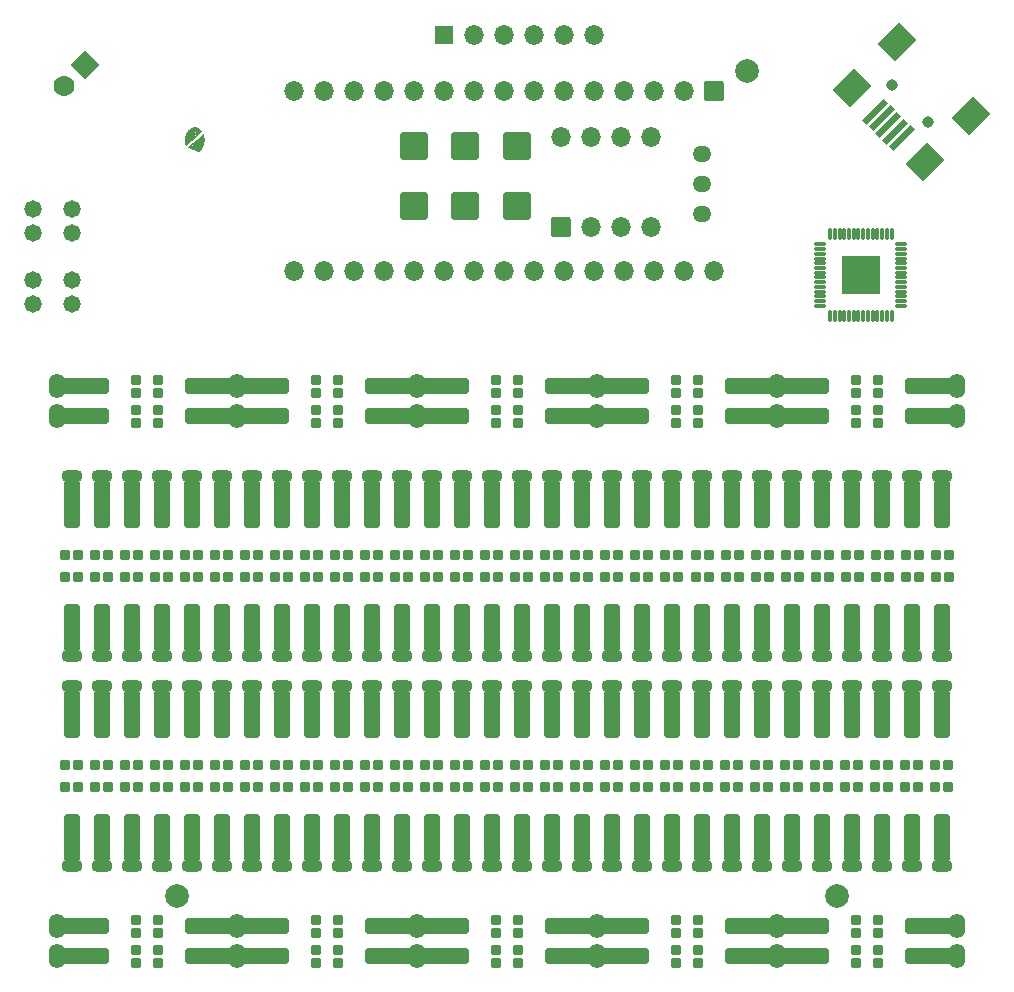
<source format=gts>
G04 #@! TF.GenerationSoftware,KiCad,Pcbnew,(7.0.0-rc1-358-g86c12d35b4)*
G04 #@! TF.CreationDate,2023-05-18T21:24:16-07:00*
G04 #@! TF.ProjectId,Jumperless2,4a756d70-6572-46c6-9573-73322e6b6963,rev?*
G04 #@! TF.SameCoordinates,Original*
G04 #@! TF.FileFunction,Soldermask,Top*
G04 #@! TF.FilePolarity,Negative*
%FSLAX46Y46*%
G04 Gerber Fmt 4.6, Leading zero omitted, Abs format (unit mm)*
G04 Created by KiCad (PCBNEW (7.0.0-rc1-358-g86c12d35b4)) date 2023-05-18 21:24:16*
%MOMM*%
%LPD*%
G01*
G04 APERTURE LIST*
G04 Aperture macros list*
%AMRoundRect*
0 Rectangle with rounded corners*
0 $1 Rounding radius*
0 $2 $3 $4 $5 $6 $7 $8 $9 X,Y pos of 4 corners*
0 Add a 4 corners polygon primitive as box body*
4,1,4,$2,$3,$4,$5,$6,$7,$8,$9,$2,$3,0*
0 Add four circle primitives for the rounded corners*
1,1,$1+$1,$2,$3*
1,1,$1+$1,$4,$5*
1,1,$1+$1,$6,$7*
1,1,$1+$1,$8,$9*
0 Add four rect primitives between the rounded corners*
20,1,$1+$1,$2,$3,$4,$5,0*
20,1,$1+$1,$4,$5,$6,$7,0*
20,1,$1+$1,$6,$7,$8,$9,0*
20,1,$1+$1,$8,$9,$2,$3,0*%
%AMHorizOval*
0 Thick line with rounded ends*
0 $1 width*
0 $2 $3 position (X,Y) of the first rounded end (center of the circle)*
0 $4 $5 position (X,Y) of the second rounded end (center of the circle)*
0 Add line between two ends*
20,1,$1,$2,$3,$4,$5,0*
0 Add two circle primitives to create the rounded ends*
1,1,$1,$2,$3*
1,1,$1,$4,$5*%
G04 Aperture macros list end*
%ADD10C,0.000000*%
%ADD11RoundRect,0.038000X0.350000X-0.350000X0.350000X0.350000X-0.350000X0.350000X-0.350000X-0.350000X0*%
%ADD12RoundRect,0.038000X0.350000X0.350000X-0.350000X0.350000X-0.350000X-0.350000X0.350000X-0.350000X0*%
%ADD13O,1.576000X1.376000*%
%ADD14RoundRect,0.198000X0.640000X-0.640000X0.640000X0.640000X-0.640000X0.640000X-0.640000X-0.640000X0*%
%ADD15O,1.676000X1.676000*%
%ADD16C,0.976000*%
%ADD17RoundRect,0.038000X1.060660X0.707107X0.707107X1.060660X-1.060660X-0.707107X-0.707107X-1.060660X0*%
%ADD18RoundRect,0.038000X1.590990X0.176777X0.176777X1.590990X-1.590990X-0.176777X-0.176777X-1.590990X0*%
%ADD19RoundRect,0.288000X-0.925000X0.875000X-0.925000X-0.875000X0.925000X-0.875000X0.925000X0.875000X0*%
%ADD20C,1.476000*%
%ADD21RoundRect,0.208000X-0.961665X0.000000X0.000000X-0.961665X0.961665X0.000000X0.000000X0.961665X0*%
%ADD22HorizOval,1.776000X0.000000X0.000000X0.000000X0.000000X0*%
%ADD23C,2.000000*%
%ADD24RoundRect,0.188000X0.600000X-0.600000X0.600000X0.600000X-0.600000X0.600000X-0.600000X-0.600000X0*%
%ADD25RoundRect,0.158000X1.880000X-0.480000X1.880000X0.480000X-1.880000X0.480000X-1.880000X-0.480000X0*%
%ADD26O,1.376000X2.076000*%
%ADD27RoundRect,0.158000X-1.880000X0.480000X-1.880000X-0.480000X1.880000X-0.480000X1.880000X0.480000X0*%
%ADD28RoundRect,0.158000X-0.480000X-1.880000X0.480000X-1.880000X0.480000X1.880000X-0.480000X1.880000X0*%
%ADD29O,1.776000X1.076000*%
%ADD30RoundRect,0.198000X-0.640000X0.640000X-0.640000X-0.640000X0.640000X-0.640000X0.640000X0.640000X0*%
%ADD31RoundRect,0.088000X-0.387500X-0.050000X0.387500X-0.050000X0.387500X0.050000X-0.387500X0.050000X0*%
%ADD32RoundRect,0.088000X-0.050000X-0.387500X0.050000X-0.387500X0.050000X0.387500X-0.050000X0.387500X0*%
%ADD33RoundRect,0.182000X-1.456000X-1.456000X1.456000X-1.456000X1.456000X1.456000X-1.456000X1.456000X0*%
G04 APERTURE END LIST*
D10*
G36*
X49256239Y-115343538D02*
G01*
X49256704Y-115348278D01*
X49257059Y-115353555D01*
X49257444Y-115365581D01*
X49257408Y-115379328D01*
X49256961Y-115394513D01*
X49256115Y-115410848D01*
X49254882Y-115428050D01*
X49253272Y-115445832D01*
X49251297Y-115463910D01*
X49247284Y-115498556D01*
X49244111Y-115527263D01*
X49243533Y-115532415D01*
X49242876Y-115537676D01*
X49242161Y-115542899D01*
X49241413Y-115547934D01*
X49240654Y-115552636D01*
X49239906Y-115556855D01*
X49239194Y-115560446D01*
X49238539Y-115563259D01*
X49235541Y-115574778D01*
X49235473Y-115612201D01*
X49235197Y-115630936D01*
X49234494Y-115654284D01*
X49233473Y-115679268D01*
X49232239Y-115702911D01*
X49229072Y-115756199D01*
X49233375Y-115792195D01*
X49237679Y-115828191D01*
X49236184Y-115844749D01*
X49234690Y-115861307D01*
X49231278Y-115861307D01*
X49230901Y-115861285D01*
X49230479Y-115861221D01*
X49230014Y-115861116D01*
X49229512Y-115860974D01*
X49228978Y-115860795D01*
X49228416Y-115860582D01*
X49227830Y-115860338D01*
X49227226Y-115860065D01*
X49226608Y-115859764D01*
X49225980Y-115859439D01*
X49225348Y-115859090D01*
X49224715Y-115858721D01*
X49224087Y-115858333D01*
X49223468Y-115857928D01*
X49222863Y-115857510D01*
X49222275Y-115857079D01*
X49222275Y-115857078D01*
X49222274Y-115857076D01*
X49222273Y-115857075D01*
X49222273Y-115857073D01*
X49222272Y-115857072D01*
X49222271Y-115857070D01*
X49222271Y-115857069D01*
X49222271Y-115857068D01*
X49222270Y-115857068D01*
X49222270Y-115857067D01*
X49221662Y-115856636D01*
X49220997Y-115856216D01*
X49220280Y-115855809D01*
X49219519Y-115855418D01*
X49218719Y-115855045D01*
X49217889Y-115854691D01*
X49217034Y-115854360D01*
X49216160Y-115854054D01*
X49215276Y-115853774D01*
X49214386Y-115853523D01*
X49213499Y-115853303D01*
X49212620Y-115853117D01*
X49211756Y-115852966D01*
X49210914Y-115852852D01*
X49210100Y-115852779D01*
X49209321Y-115852748D01*
X49201961Y-115852656D01*
X49192203Y-115845456D01*
X49182445Y-115838257D01*
X49169872Y-115838257D01*
X49166266Y-115833912D01*
X49162661Y-115829566D01*
X49151648Y-115827804D01*
X49140635Y-115826044D01*
X49135737Y-115820632D01*
X49130840Y-115815220D01*
X49112281Y-115815220D01*
X49108819Y-115811048D01*
X49108412Y-115810605D01*
X49107909Y-115810139D01*
X49107318Y-115809654D01*
X49106646Y-115809154D01*
X49105900Y-115808643D01*
X49105087Y-115808125D01*
X49104214Y-115807604D01*
X49103289Y-115807083D01*
X49102318Y-115806567D01*
X49101310Y-115806059D01*
X49100270Y-115805564D01*
X49099206Y-115805085D01*
X49098126Y-115804626D01*
X49097037Y-115804191D01*
X49095945Y-115803784D01*
X49094857Y-115803410D01*
X49092570Y-115802605D01*
X49090093Y-115801645D01*
X49087505Y-115800566D01*
X49084884Y-115799402D01*
X49082309Y-115798192D01*
X49079859Y-115796970D01*
X49077613Y-115795772D01*
X49075650Y-115794634D01*
X49074723Y-115794093D01*
X49073746Y-115793567D01*
X49072726Y-115793059D01*
X49071671Y-115792572D01*
X49070591Y-115792107D01*
X49069493Y-115791669D01*
X49068385Y-115791259D01*
X49067277Y-115790881D01*
X49066176Y-115790537D01*
X49065091Y-115790230D01*
X49064029Y-115789962D01*
X49063000Y-115789737D01*
X49062012Y-115789557D01*
X49061073Y-115789424D01*
X49060191Y-115789342D01*
X49059375Y-115789314D01*
X49051808Y-115789314D01*
X49048457Y-115785276D01*
X49048075Y-115784855D01*
X49047625Y-115784426D01*
X49047111Y-115783993D01*
X49046541Y-115783559D01*
X49045918Y-115783125D01*
X49045250Y-115782697D01*
X49044542Y-115782276D01*
X49043799Y-115781866D01*
X49043028Y-115781470D01*
X49042234Y-115781090D01*
X49041422Y-115780730D01*
X49040599Y-115780393D01*
X49039770Y-115780082D01*
X49038941Y-115779800D01*
X49038118Y-115779550D01*
X49037306Y-115779336D01*
X49035586Y-115778825D01*
X49033577Y-115778067D01*
X49031291Y-115777067D01*
X49028741Y-115775834D01*
X49025938Y-115774374D01*
X49022894Y-115772696D01*
X49019622Y-115770806D01*
X49016133Y-115768712D01*
X49008555Y-115763941D01*
X49000255Y-115758442D01*
X48991331Y-115752274D01*
X48981879Y-115745495D01*
X48973129Y-115739113D01*
X48967496Y-115742632D01*
X48961863Y-115746151D01*
X48948496Y-115743155D01*
X48947097Y-115742820D01*
X48945665Y-115742437D01*
X48944208Y-115742011D01*
X48942739Y-115741545D01*
X48939804Y-115740513D01*
X48936943Y-115739377D01*
X48934242Y-115738172D01*
X48932977Y-115737555D01*
X48931784Y-115736934D01*
X48930673Y-115736314D01*
X48929654Y-115735698D01*
X48928738Y-115735093D01*
X48927936Y-115734501D01*
X48927179Y-115733924D01*
X48926395Y-115733364D01*
X48925591Y-115732822D01*
X48924772Y-115732303D01*
X48923946Y-115731809D01*
X48923117Y-115731342D01*
X48922291Y-115730906D01*
X48921476Y-115730504D01*
X48920677Y-115730138D01*
X48919900Y-115729811D01*
X48919152Y-115729527D01*
X48918438Y-115729288D01*
X48917764Y-115729097D01*
X48917137Y-115728957D01*
X48916562Y-115728871D01*
X48916047Y-115728841D01*
X48915513Y-115728811D01*
X48914885Y-115728724D01*
X48914170Y-115728581D01*
X48913376Y-115728387D01*
X48912512Y-115728144D01*
X48911585Y-115727854D01*
X48910604Y-115727522D01*
X48909575Y-115727150D01*
X48908507Y-115726740D01*
X48907409Y-115726296D01*
X48906287Y-115725821D01*
X48905150Y-115725318D01*
X48904005Y-115724790D01*
X48902861Y-115724239D01*
X48901726Y-115723669D01*
X48900607Y-115723082D01*
X48898352Y-115721925D01*
X48896060Y-115720846D01*
X48893794Y-115719868D01*
X48891619Y-115719015D01*
X48889599Y-115718310D01*
X48888666Y-115718021D01*
X48887796Y-115717777D01*
X48886997Y-115717583D01*
X48886275Y-115717440D01*
X48885640Y-115717353D01*
X48885099Y-115717323D01*
X48883153Y-115717086D01*
X48880503Y-115716411D01*
X48877265Y-115715355D01*
X48873553Y-115713973D01*
X48865167Y-115710457D01*
X48856263Y-115706308D01*
X48847757Y-115701975D01*
X48843940Y-115699878D01*
X48840567Y-115697903D01*
X48837753Y-115696105D01*
X48835611Y-115694541D01*
X48834257Y-115693265D01*
X48833911Y-115692753D01*
X48833806Y-115692334D01*
X48838118Y-115688148D01*
X48850430Y-115677050D01*
X48895607Y-115637146D01*
X48962437Y-115578679D01*
X49044024Y-115507708D01*
X49254123Y-115325396D01*
X49256239Y-115343538D01*
G37*
G36*
X49410838Y-115543951D02*
G01*
X49420256Y-115543951D01*
X49420267Y-115544753D01*
X49420293Y-115545491D01*
X49420332Y-115546164D01*
X49420383Y-115546769D01*
X49420447Y-115547304D01*
X49420522Y-115547765D01*
X49420607Y-115548150D01*
X49420702Y-115548456D01*
X49420807Y-115548682D01*
X49420862Y-115548763D01*
X49420920Y-115548823D01*
X49420979Y-115548862D01*
X49421040Y-115548879D01*
X49421104Y-115548873D01*
X49421168Y-115548845D01*
X49421235Y-115548794D01*
X49421303Y-115548720D01*
X49421443Y-115548501D01*
X49421588Y-115548184D01*
X49421727Y-115547797D01*
X49421848Y-115547368D01*
X49421953Y-115546903D01*
X49422039Y-115546406D01*
X49422109Y-115545881D01*
X49422161Y-115545332D01*
X49422195Y-115544765D01*
X49422212Y-115544184D01*
X49422211Y-115543592D01*
X49422191Y-115542995D01*
X49422154Y-115542397D01*
X49422099Y-115541802D01*
X49422025Y-115541215D01*
X49421933Y-115540640D01*
X49421823Y-115540082D01*
X49421695Y-115539545D01*
X49421695Y-115539543D01*
X49420366Y-115534450D01*
X49420259Y-115543090D01*
X49420256Y-115543951D01*
X49410838Y-115543951D01*
X49412630Y-115537572D01*
X49413602Y-115533302D01*
X49413941Y-115530689D01*
X49413945Y-115530646D01*
X49413956Y-115530608D01*
X49413974Y-115530575D01*
X49413999Y-115530547D01*
X49414031Y-115530524D01*
X49414070Y-115530505D01*
X49414115Y-115530492D01*
X49414166Y-115530483D01*
X49414224Y-115530479D01*
X49414287Y-115530479D01*
X49414356Y-115530484D01*
X49414430Y-115530493D01*
X49414510Y-115530507D01*
X49414595Y-115530526D01*
X49414685Y-115530548D01*
X49414779Y-115530575D01*
X49414878Y-115530606D01*
X49414982Y-115530642D01*
X49415201Y-115530725D01*
X49415436Y-115530824D01*
X49415684Y-115530939D01*
X49415945Y-115531069D01*
X49416217Y-115531214D01*
X49416498Y-115531373D01*
X49416787Y-115531547D01*
X49419634Y-115533307D01*
X49417920Y-115528837D01*
X49417692Y-115528273D01*
X49417456Y-115527749D01*
X49417214Y-115527265D01*
X49416964Y-115526822D01*
X49416708Y-115526419D01*
X49416443Y-115526057D01*
X49416172Y-115525735D01*
X49415894Y-115525453D01*
X49415608Y-115525213D01*
X49415315Y-115525012D01*
X49415014Y-115524852D01*
X49414706Y-115524733D01*
X49414391Y-115524654D01*
X49414069Y-115524615D01*
X49413739Y-115524617D01*
X49413402Y-115524659D01*
X49413057Y-115524742D01*
X49412705Y-115524866D01*
X49412345Y-115525030D01*
X49411978Y-115525234D01*
X49411604Y-115525479D01*
X49411222Y-115525765D01*
X49410832Y-115526091D01*
X49410435Y-115526457D01*
X49410031Y-115526864D01*
X49409618Y-115527312D01*
X49409199Y-115527800D01*
X49408771Y-115528328D01*
X49408336Y-115528897D01*
X49407894Y-115529507D01*
X49407443Y-115530157D01*
X49406985Y-115530848D01*
X49405488Y-115533455D01*
X49403607Y-115537224D01*
X49398875Y-115547781D01*
X49393151Y-115561588D01*
X49386793Y-115577711D01*
X49380162Y-115595221D01*
X49373616Y-115613186D01*
X49367517Y-115630675D01*
X49362223Y-115646755D01*
X49350367Y-115684192D01*
X49341782Y-115737466D01*
X49337965Y-115760406D01*
X49333918Y-115783485D01*
X49330124Y-115804016D01*
X49327066Y-115819315D01*
X49320937Y-115847890D01*
X49325534Y-115862511D01*
X49326486Y-115865668D01*
X49327430Y-115869040D01*
X49328341Y-115872521D01*
X49329194Y-115876009D01*
X49329965Y-115879398D01*
X49330629Y-115882584D01*
X49331162Y-115885463D01*
X49331539Y-115887930D01*
X49332954Y-115898729D01*
X49327223Y-115898729D01*
X49326585Y-115898692D01*
X49325856Y-115898582D01*
X49325046Y-115898404D01*
X49324162Y-115898161D01*
X49323214Y-115897857D01*
X49322209Y-115897495D01*
X49321157Y-115897080D01*
X49320064Y-115896614D01*
X49318940Y-115896102D01*
X49317793Y-115895548D01*
X49316632Y-115894954D01*
X49315464Y-115894325D01*
X49314298Y-115893664D01*
X49313143Y-115892976D01*
X49312007Y-115892263D01*
X49310898Y-115891529D01*
X49308693Y-115890083D01*
X49306487Y-115888734D01*
X49304340Y-115887512D01*
X49302309Y-115886445D01*
X49300455Y-115885564D01*
X49299612Y-115885202D01*
X49298835Y-115884898D01*
X49298132Y-115884655D01*
X49297510Y-115884477D01*
X49296976Y-115884367D01*
X49296537Y-115884330D01*
X49296095Y-115884300D01*
X49295550Y-115884212D01*
X49294911Y-115884070D01*
X49294184Y-115883875D01*
X49293378Y-115883632D01*
X49292500Y-115883343D01*
X49291559Y-115883010D01*
X49290561Y-115882638D01*
X49288428Y-115881785D01*
X49286163Y-115880807D01*
X49283827Y-115879727D01*
X49281483Y-115878571D01*
X49279102Y-115877414D01*
X49276663Y-115876334D01*
X49274235Y-115875356D01*
X49271887Y-115874503D01*
X49269688Y-115873798D01*
X49268665Y-115873509D01*
X49267706Y-115873266D01*
X49266818Y-115873071D01*
X49266011Y-115872929D01*
X49265293Y-115872841D01*
X49264672Y-115872811D01*
X49264091Y-115872789D01*
X49263489Y-115872723D01*
X49262872Y-115872616D01*
X49262244Y-115872471D01*
X49261611Y-115872288D01*
X49260975Y-115872071D01*
X49260343Y-115871822D01*
X49259718Y-115871543D01*
X49259106Y-115871236D01*
X49258512Y-115870903D01*
X49257939Y-115870547D01*
X49257392Y-115870169D01*
X49256877Y-115869773D01*
X49256397Y-115869360D01*
X49255958Y-115868932D01*
X49255564Y-115868492D01*
X49251979Y-115864173D01*
X49239271Y-115864173D01*
X49239886Y-115801540D01*
X49241169Y-115742605D01*
X49243692Y-115682255D01*
X49247137Y-115626653D01*
X49249107Y-115602559D01*
X49251188Y-115581963D01*
X49252917Y-115564578D01*
X49254586Y-115543852D01*
X49256004Y-115522384D01*
X49256982Y-115502771D01*
X49257878Y-115483841D01*
X49259070Y-115464228D01*
X49260404Y-115446249D01*
X49261725Y-115432219D01*
X49264788Y-115404861D01*
X49262821Y-115361337D01*
X49260854Y-115317812D01*
X49269004Y-115311408D01*
X49277735Y-115304081D01*
X49295485Y-115288865D01*
X49319669Y-115267982D01*
X49347706Y-115243657D01*
X49509676Y-115102807D01*
X49545379Y-115071937D01*
X49575018Y-115046658D01*
X49595505Y-115029577D01*
X49601352Y-115024926D01*
X49603754Y-115023304D01*
X49604086Y-115023337D01*
X49604408Y-115023437D01*
X49604718Y-115023605D01*
X49605017Y-115023842D01*
X49605305Y-115024150D01*
X49605583Y-115024530D01*
X49605849Y-115024982D01*
X49606106Y-115025508D01*
X49606352Y-115026110D01*
X49606588Y-115026788D01*
X49606814Y-115027544D01*
X49607030Y-115028378D01*
X49607237Y-115029292D01*
X49607434Y-115030288D01*
X49607623Y-115031365D01*
X49607802Y-115032527D01*
X49608134Y-115035104D01*
X49608431Y-115038030D01*
X49608696Y-115041314D01*
X49608930Y-115044964D01*
X49609134Y-115048991D01*
X49609309Y-115053405D01*
X49609457Y-115058214D01*
X49609579Y-115063427D01*
X49609717Y-115068369D01*
X49609922Y-115073099D01*
X49610183Y-115077508D01*
X49610491Y-115081481D01*
X49610836Y-115084908D01*
X49611208Y-115087676D01*
X49611597Y-115089672D01*
X49611795Y-115090346D01*
X49611993Y-115090785D01*
X49612192Y-115091215D01*
X49612393Y-115091862D01*
X49612592Y-115092715D01*
X49612791Y-115093759D01*
X49612986Y-115094981D01*
X49613177Y-115096369D01*
X49613540Y-115099587D01*
X49613871Y-115103308D01*
X49614158Y-115107427D01*
X49614390Y-115111839D01*
X49614558Y-115116437D01*
X49615201Y-115139019D01*
X49623893Y-115152286D01*
X49622366Y-115161947D01*
X49620839Y-115171608D01*
X49623590Y-115178808D01*
X49626342Y-115186007D01*
X49622801Y-115193207D01*
X49619261Y-115200406D01*
X49618789Y-115253490D01*
X49618317Y-115306573D01*
X49615653Y-115316843D01*
X49615052Y-115319494D01*
X49614367Y-115323103D01*
X49613620Y-115327510D01*
X49612837Y-115332555D01*
X49612040Y-115338078D01*
X49611253Y-115343918D01*
X49610502Y-115349916D01*
X49609809Y-115355910D01*
X49608574Y-115366507D01*
X49607168Y-115377180D01*
X49605438Y-115388820D01*
X49603235Y-115402316D01*
X49600408Y-115418561D01*
X49596806Y-115438445D01*
X49586675Y-115492696D01*
X49579631Y-115530483D01*
X49575277Y-115554609D01*
X49574695Y-115557854D01*
X49573977Y-115561563D01*
X49572241Y-115569854D01*
X49570295Y-115578441D01*
X49568366Y-115586286D01*
X49567404Y-115590432D01*
X49566382Y-115595607D01*
X49565331Y-115601604D01*
X49564284Y-115608216D01*
X49563271Y-115615237D01*
X49562323Y-115622459D01*
X49561471Y-115629675D01*
X49560748Y-115636680D01*
X49557600Y-115669797D01*
X49559609Y-115764827D01*
X49561618Y-115859857D01*
X49556753Y-115877135D01*
X49555658Y-115880888D01*
X49554408Y-115884935D01*
X49553048Y-115889148D01*
X49551620Y-115893400D01*
X49550170Y-115897564D01*
X49548739Y-115901511D01*
X49547372Y-115905113D01*
X49546113Y-115908244D01*
X49540338Y-115922075D01*
X49542118Y-115927682D01*
X49542310Y-115928253D01*
X49542517Y-115928806D01*
X49542737Y-115929339D01*
X49542967Y-115929849D01*
X49543205Y-115930334D01*
X49543451Y-115930789D01*
X49543701Y-115931214D01*
X49543954Y-115931604D01*
X49544209Y-115931958D01*
X49544463Y-115932271D01*
X49544713Y-115932542D01*
X49544960Y-115932768D01*
X49545200Y-115932945D01*
X49545432Y-115933072D01*
X49545544Y-115933115D01*
X49545653Y-115933144D01*
X49545759Y-115933160D01*
X49545862Y-115933160D01*
X49546142Y-115933006D01*
X49546532Y-115932581D01*
X49547618Y-115930983D01*
X49549063Y-115928489D01*
X49550811Y-115925219D01*
X49554993Y-115916840D01*
X49559716Y-115906820D01*
X49564532Y-115896129D01*
X49568992Y-115885743D01*
X49572650Y-115876632D01*
X49574038Y-115872859D01*
X49575057Y-115869770D01*
X49578144Y-115859526D01*
X49575206Y-115818425D01*
X49573985Y-115797673D01*
X49573098Y-115774778D01*
X49572546Y-115750524D01*
X49572330Y-115725696D01*
X49572453Y-115701078D01*
X49572915Y-115677455D01*
X49573718Y-115655610D01*
X49574863Y-115636329D01*
X49577566Y-115599981D01*
X49587546Y-115565776D01*
X49591852Y-115550998D01*
X49595118Y-115539498D01*
X49597589Y-115530055D01*
X49598604Y-115525724D01*
X49599511Y-115521450D01*
X49601129Y-115512464D01*
X49602688Y-115501876D01*
X49606614Y-115471020D01*
X49611931Y-115430075D01*
X49616666Y-115396225D01*
X49618482Y-115383567D01*
X49620234Y-115370389D01*
X49621721Y-115358250D01*
X49622744Y-115348710D01*
X49623623Y-115339966D01*
X49624711Y-115329993D01*
X49625871Y-115320019D01*
X49626965Y-115311274D01*
X49627468Y-115306603D01*
X49627952Y-115300484D01*
X49628404Y-115293177D01*
X49628814Y-115284943D01*
X49629170Y-115276040D01*
X49629460Y-115266729D01*
X49629673Y-115257269D01*
X49629797Y-115247921D01*
X49630330Y-115207635D01*
X49631097Y-115173457D01*
X49632026Y-115143629D01*
X49624614Y-115128413D01*
X49621303Y-115096405D01*
X49619951Y-115082412D01*
X49618716Y-115067975D01*
X49617735Y-115054794D01*
X49617144Y-115044570D01*
X49616930Y-115040489D01*
X49616649Y-115036491D01*
X49616314Y-115032677D01*
X49615935Y-115029148D01*
X49615526Y-115026006D01*
X49615097Y-115023352D01*
X49614660Y-115021287D01*
X49614443Y-115020507D01*
X49614228Y-115019911D01*
X49612162Y-115015080D01*
X49676464Y-114959058D01*
X49995396Y-114682237D01*
X50171316Y-114530875D01*
X50171648Y-114531101D01*
X50172125Y-114531764D01*
X50173481Y-114534317D01*
X50177582Y-114543727D01*
X50183115Y-114557735D01*
X50189576Y-114574969D01*
X50196462Y-114594060D01*
X50203269Y-114613635D01*
X50209492Y-114632323D01*
X50214629Y-114648754D01*
X50222457Y-114675774D01*
X50229481Y-114701719D01*
X50235806Y-114727076D01*
X50241538Y-114752330D01*
X50246780Y-114777968D01*
X50251638Y-114804475D01*
X50256217Y-114832337D01*
X50260621Y-114862041D01*
X50267780Y-114912435D01*
X50269055Y-114923371D01*
X50270181Y-114937491D01*
X50271148Y-114954496D01*
X50271945Y-114974084D01*
X50272563Y-114995955D01*
X50272991Y-115019808D01*
X50273219Y-115045343D01*
X50273237Y-115072259D01*
X50272966Y-115154330D01*
X50266831Y-115211924D01*
X50261717Y-115254131D01*
X50255429Y-115295812D01*
X50247973Y-115336944D01*
X50239360Y-115377502D01*
X50229597Y-115417464D01*
X50218693Y-115456806D01*
X50206657Y-115495504D01*
X50193498Y-115533534D01*
X50179223Y-115570873D01*
X50163842Y-115607497D01*
X50147363Y-115643382D01*
X50129796Y-115678505D01*
X50111147Y-115712842D01*
X50091427Y-115746370D01*
X50070643Y-115779064D01*
X50048805Y-115810901D01*
X50035765Y-115828844D01*
X50022585Y-115846247D01*
X50009246Y-115863128D01*
X49995731Y-115879505D01*
X49982021Y-115895394D01*
X49968100Y-115910813D01*
X49953950Y-115925780D01*
X49939553Y-115940312D01*
X49924892Y-115954425D01*
X49909949Y-115968138D01*
X49894706Y-115981468D01*
X49879146Y-115994432D01*
X49863251Y-116007048D01*
X49847003Y-116019333D01*
X49830385Y-116031303D01*
X49813380Y-116042978D01*
X49770807Y-116071514D01*
X49761546Y-116071214D01*
X49752285Y-116070914D01*
X49733567Y-116061277D01*
X49733569Y-116061277D01*
X49733571Y-116061278D01*
X49733576Y-116061279D01*
X49733580Y-116061281D01*
X49733583Y-116061281D01*
X49733585Y-116061282D01*
X49714867Y-116051645D01*
X49701908Y-116049638D01*
X49688950Y-116047631D01*
X49685187Y-116042294D01*
X49681424Y-116036958D01*
X49662298Y-116036958D01*
X49658713Y-116032639D01*
X49655128Y-116028320D01*
X49639331Y-116028320D01*
X49631168Y-116021899D01*
X49623006Y-116015478D01*
X49638699Y-116010780D01*
X49654393Y-116006082D01*
X49657951Y-115999203D01*
X49658701Y-115997597D01*
X49659361Y-115995863D01*
X49659931Y-115994017D01*
X49660411Y-115992074D01*
X49660799Y-115990051D01*
X49661096Y-115987963D01*
X49661301Y-115985825D01*
X49661413Y-115983654D01*
X49661432Y-115981465D01*
X49661358Y-115979274D01*
X49661190Y-115977096D01*
X49660927Y-115974947D01*
X49660569Y-115972843D01*
X49660116Y-115970800D01*
X49659567Y-115968833D01*
X49658922Y-115966958D01*
X49656251Y-115959936D01*
X49646343Y-115953812D01*
X49644271Y-115952584D01*
X49642181Y-115951443D01*
X49640131Y-115950412D01*
X49638176Y-115949517D01*
X49636373Y-115948783D01*
X49635548Y-115948484D01*
X49634781Y-115948234D01*
X49634081Y-115948036D01*
X49633455Y-115947895D01*
X49632910Y-115947811D01*
X49632453Y-115947790D01*
X49628473Y-115947891D01*
X49635523Y-115951795D01*
X49642574Y-115955700D01*
X49646210Y-115966202D01*
X49649846Y-115976703D01*
X49647381Y-115983191D01*
X49647109Y-115983868D01*
X49646805Y-115984558D01*
X49646473Y-115985256D01*
X49646115Y-115985956D01*
X49645735Y-115986655D01*
X49645335Y-115987346D01*
X49644920Y-115988026D01*
X49644493Y-115988689D01*
X49644056Y-115989330D01*
X49643613Y-115989944D01*
X49643168Y-115990527D01*
X49642723Y-115991073D01*
X49642282Y-115991578D01*
X49641848Y-115992037D01*
X49641424Y-115992444D01*
X49641014Y-115992795D01*
X49639478Y-115993802D01*
X49637363Y-115994850D01*
X49634723Y-115995929D01*
X49631610Y-115997025D01*
X49628077Y-115998127D01*
X49624177Y-115999224D01*
X49619964Y-116000302D01*
X49615489Y-116001351D01*
X49610806Y-116002359D01*
X49605968Y-116003313D01*
X49601027Y-116004201D01*
X49596037Y-116005013D01*
X49591051Y-116005736D01*
X49586120Y-116006357D01*
X49581300Y-116006866D01*
X49576641Y-116007250D01*
X49553604Y-116008856D01*
X49542085Y-116005504D01*
X49530567Y-116002153D01*
X49486851Y-116000411D01*
X49469589Y-115999556D01*
X49454902Y-115998516D01*
X49449011Y-115997968D01*
X49444346Y-115997422D01*
X49441103Y-115996896D01*
X49440075Y-115996646D01*
X49439475Y-115996406D01*
X49435815Y-115994144D01*
X49436272Y-115960673D01*
X49436526Y-115942013D01*
X49565123Y-115942013D01*
X49569442Y-115944805D01*
X49569894Y-115945090D01*
X49570357Y-115945367D01*
X49570828Y-115945635D01*
X49571303Y-115945893D01*
X49571779Y-115946138D01*
X49572252Y-115946371D01*
X49572719Y-115946589D01*
X49573177Y-115946790D01*
X49573622Y-115946974D01*
X49574051Y-115947138D01*
X49574460Y-115947282D01*
X49574846Y-115947404D01*
X49575205Y-115947502D01*
X49575535Y-115947575D01*
X49575832Y-115947622D01*
X49576091Y-115947641D01*
X49578422Y-115947684D01*
X49576989Y-115945365D01*
X49589608Y-115945365D01*
X49591214Y-115947964D01*
X49591416Y-115948237D01*
X49591672Y-115948491D01*
X49591982Y-115948727D01*
X49592344Y-115948945D01*
X49592755Y-115949145D01*
X49593214Y-115949326D01*
X49593720Y-115949489D01*
X49594272Y-115949634D01*
X49595504Y-115949869D01*
X49596898Y-115950031D01*
X49598441Y-115950120D01*
X49600120Y-115950137D01*
X49601923Y-115950082D01*
X49603838Y-115949954D01*
X49605852Y-115949754D01*
X49607951Y-115949483D01*
X49610124Y-115949139D01*
X49612358Y-115948724D01*
X49614640Y-115948237D01*
X49616957Y-115947678D01*
X49616957Y-115947687D01*
X49625597Y-115945488D01*
X49619693Y-115945145D01*
X49619077Y-115945095D01*
X49618448Y-115945017D01*
X49617811Y-115944913D01*
X49617171Y-115944783D01*
X49616532Y-115944630D01*
X49615899Y-115944455D01*
X49615275Y-115944261D01*
X49614667Y-115944048D01*
X49614078Y-115943818D01*
X49613513Y-115943574D01*
X49612975Y-115943316D01*
X49612471Y-115943047D01*
X49612004Y-115942768D01*
X49611579Y-115942480D01*
X49611200Y-115942186D01*
X49610873Y-115941887D01*
X49607956Y-115938970D01*
X49598782Y-115942167D01*
X49589608Y-115945365D01*
X49576989Y-115945365D01*
X49576642Y-115944804D01*
X49576642Y-115944806D01*
X49576544Y-115944659D01*
X49576434Y-115944513D01*
X49576314Y-115944370D01*
X49576183Y-115944229D01*
X49576042Y-115944090D01*
X49575892Y-115943954D01*
X49575564Y-115943692D01*
X49575202Y-115943442D01*
X49574811Y-115943207D01*
X49574393Y-115942987D01*
X49573952Y-115942785D01*
X49573491Y-115942602D01*
X49573013Y-115942439D01*
X49572523Y-115942298D01*
X49572022Y-115942180D01*
X49571516Y-115942087D01*
X49571006Y-115942020D01*
X49570498Y-115941981D01*
X49569993Y-115941970D01*
X49565123Y-115942013D01*
X49436526Y-115942013D01*
X49436729Y-115927201D01*
X49440237Y-115917498D01*
X49443746Y-115907796D01*
X49440336Y-115888146D01*
X49438934Y-115879835D01*
X49437639Y-115871731D01*
X49436594Y-115864762D01*
X49435945Y-115859857D01*
X49434959Y-115851217D01*
X49434545Y-115862736D01*
X49434519Y-115865402D01*
X49434607Y-115868572D01*
X49434798Y-115872126D01*
X49435084Y-115875947D01*
X49435453Y-115879916D01*
X49435897Y-115883915D01*
X49436405Y-115887827D01*
X49436968Y-115891533D01*
X49439807Y-115908811D01*
X49436516Y-115918811D01*
X49435782Y-115920892D01*
X49434958Y-115922973D01*
X49434070Y-115925000D01*
X49433148Y-115926916D01*
X49432220Y-115928666D01*
X49431762Y-115929461D01*
X49431312Y-115930194D01*
X49430875Y-115930857D01*
X49430454Y-115931445D01*
X49430053Y-115931949D01*
X49429674Y-115932363D01*
X49426122Y-115935915D01*
X49414991Y-115934162D01*
X49413821Y-115933954D01*
X49412615Y-115933699D01*
X49411380Y-115933399D01*
X49410127Y-115933058D01*
X49408864Y-115932680D01*
X49407601Y-115932268D01*
X49406348Y-115931827D01*
X49405112Y-115931358D01*
X49403904Y-115930867D01*
X49402733Y-115930357D01*
X49401607Y-115929830D01*
X49400537Y-115929292D01*
X49399531Y-115928745D01*
X49398599Y-115928193D01*
X49397749Y-115927640D01*
X49396992Y-115927089D01*
X49396262Y-115926547D01*
X49395494Y-115926021D01*
X49394693Y-115925512D01*
X49393867Y-115925024D01*
X49393022Y-115924559D01*
X49392164Y-115924120D01*
X49391300Y-115923711D01*
X49390436Y-115923332D01*
X49389579Y-115922989D01*
X49388736Y-115922682D01*
X49387912Y-115922414D01*
X49387115Y-115922190D01*
X49386351Y-115922010D01*
X49385626Y-115921879D01*
X49384947Y-115921798D01*
X49384320Y-115921770D01*
X49383649Y-115921731D01*
X49382840Y-115921616D01*
X49381904Y-115921430D01*
X49380851Y-115921175D01*
X49379693Y-115920857D01*
X49378441Y-115920478D01*
X49377105Y-115920043D01*
X49375696Y-115919556D01*
X49372704Y-115918439D01*
X49369551Y-115917160D01*
X49366324Y-115915747D01*
X49364710Y-115915001D01*
X49363111Y-115914233D01*
X49347705Y-115906697D01*
X49347642Y-115897676D01*
X49347606Y-115896692D01*
X49347513Y-115895608D01*
X49347366Y-115894434D01*
X49347168Y-115893183D01*
X49346922Y-115891864D01*
X49346631Y-115890490D01*
X49346297Y-115889071D01*
X49345924Y-115887618D01*
X49345073Y-115884654D01*
X49344600Y-115883166D01*
X49344099Y-115881688D01*
X49343575Y-115880231D01*
X49343028Y-115878807D01*
X49342463Y-115877427D01*
X49341882Y-115876102D01*
X49336186Y-115863549D01*
X49336186Y-115853065D01*
X49336241Y-115850488D01*
X49336400Y-115847176D01*
X49336653Y-115843265D01*
X49336988Y-115838893D01*
X49337394Y-115834197D01*
X49337860Y-115829315D01*
X49338375Y-115824384D01*
X49338927Y-115819543D01*
X49345074Y-115767708D01*
X49345818Y-115761806D01*
X49346631Y-115756072D01*
X49347486Y-115750649D01*
X49348357Y-115745678D01*
X49349218Y-115741301D01*
X49350042Y-115737660D01*
X49350804Y-115734896D01*
X49351152Y-115733888D01*
X49351476Y-115733152D01*
X49352034Y-115732048D01*
X49352559Y-115730925D01*
X49353064Y-115729735D01*
X49353560Y-115728427D01*
X49354061Y-115726953D01*
X49354578Y-115725264D01*
X49355124Y-115723309D01*
X49355711Y-115721042D01*
X49356352Y-115718411D01*
X49357058Y-115715368D01*
X49357842Y-115711865D01*
X49358717Y-115707851D01*
X49360786Y-115698095D01*
X49363365Y-115685709D01*
X49364342Y-115681207D01*
X49365408Y-115676663D01*
X49366530Y-115672202D01*
X49367673Y-115667947D01*
X49368803Y-115664023D01*
X49369885Y-115660553D01*
X49370486Y-115658812D01*
X49422405Y-115658812D01*
X49422409Y-115687983D01*
X49422847Y-115710682D01*
X49423767Y-115728340D01*
X49425217Y-115742389D01*
X49427245Y-115754261D01*
X49429899Y-115765387D01*
X49431927Y-115773452D01*
X49434168Y-115783053D01*
X49436347Y-115792987D01*
X49438195Y-115802052D01*
X49442051Y-115822000D01*
X49439519Y-115830830D01*
X49439017Y-115832722D01*
X49438558Y-115834714D01*
X49438151Y-115836748D01*
X49437805Y-115838763D01*
X49437531Y-115840700D01*
X49437338Y-115842497D01*
X49437235Y-115844096D01*
X49437220Y-115844803D01*
X49437232Y-115845437D01*
X49437250Y-115845713D01*
X49437277Y-115845944D01*
X49437314Y-115846131D01*
X49437360Y-115846275D01*
X49437416Y-115846376D01*
X49437447Y-115846411D01*
X49437480Y-115846436D01*
X49437515Y-115846450D01*
X49437552Y-115846454D01*
X49437591Y-115846448D01*
X49437633Y-115846432D01*
X49437721Y-115846369D01*
X49437818Y-115846268D01*
X49437921Y-115846127D01*
X49438032Y-115845949D01*
X49438150Y-115845733D01*
X49438274Y-115845481D01*
X49438542Y-115844868D01*
X49438833Y-115844115D01*
X49439145Y-115843229D01*
X49439477Y-115842213D01*
X49439825Y-115841073D01*
X49440188Y-115839815D01*
X49440565Y-115838443D01*
X49440952Y-115836962D01*
X49441347Y-115835377D01*
X49445218Y-115819539D01*
X49439337Y-115782103D01*
X49433468Y-115744667D01*
X49432839Y-115661156D01*
X49432210Y-115577645D01*
X49428021Y-115566685D01*
X49423832Y-115555725D01*
X49423504Y-115575324D01*
X49422405Y-115658812D01*
X49370486Y-115658812D01*
X49370884Y-115657661D01*
X49371767Y-115655472D01*
X49377085Y-115642740D01*
X49383508Y-115625881D01*
X49390477Y-115606548D01*
X49397433Y-115586396D01*
X49403816Y-115567080D01*
X49409068Y-115550253D01*
X49410838Y-115543951D01*
G37*
G36*
X49448583Y-114395415D02*
G01*
X49467385Y-114397532D01*
X49479311Y-114405060D01*
X49481734Y-114406655D01*
X49484081Y-114408335D01*
X49486359Y-114410106D01*
X49488570Y-114411973D01*
X49490721Y-114413942D01*
X49492815Y-114416017D01*
X49494856Y-114418206D01*
X49496851Y-114420512D01*
X49498802Y-114422942D01*
X49500715Y-114425501D01*
X49502593Y-114428194D01*
X49504443Y-114431027D01*
X49506267Y-114434005D01*
X49508071Y-114437134D01*
X49509859Y-114440419D01*
X49511636Y-114443865D01*
X49517835Y-114456207D01*
X49516534Y-114476982D01*
X49515234Y-114497757D01*
X49507817Y-114513596D01*
X49506327Y-114516879D01*
X49504935Y-114520140D01*
X49503673Y-114523292D01*
X49502571Y-114526250D01*
X49501659Y-114528928D01*
X49500968Y-114531242D01*
X49500715Y-114532235D01*
X49500529Y-114533105D01*
X49500413Y-114533841D01*
X49500372Y-114534432D01*
X49500353Y-114535005D01*
X49500305Y-114535687D01*
X49500133Y-114537342D01*
X49499866Y-114539326D01*
X49499516Y-114541569D01*
X49499095Y-114544000D01*
X49498612Y-114546548D01*
X49498081Y-114549142D01*
X49497511Y-114551710D01*
X49496299Y-114557063D01*
X49495095Y-114562560D01*
X49494037Y-114567554D01*
X49493265Y-114571400D01*
X49493088Y-114572206D01*
X49492847Y-114573090D01*
X49492548Y-114574043D01*
X49492194Y-114575056D01*
X49491790Y-114576120D01*
X49491340Y-114577227D01*
X49490847Y-114578367D01*
X49490317Y-114579532D01*
X49489159Y-114581900D01*
X49488540Y-114583086D01*
X49487899Y-114584262D01*
X49487242Y-114585417D01*
X49486571Y-114586545D01*
X49485892Y-114587635D01*
X49485207Y-114588678D01*
X49483764Y-114590946D01*
X49482209Y-114593613D01*
X49480590Y-114596581D01*
X49478958Y-114599752D01*
X49477360Y-114603030D01*
X49475846Y-114606316D01*
X49474464Y-114609511D01*
X49473265Y-114612520D01*
X49467968Y-114626493D01*
X49486749Y-114645637D01*
X49505529Y-114664780D01*
X49511313Y-114676299D01*
X49512640Y-114678812D01*
X49514063Y-114681254D01*
X49515583Y-114683628D01*
X49517205Y-114685936D01*
X49518929Y-114688180D01*
X49520760Y-114690364D01*
X49522699Y-114692488D01*
X49524750Y-114694558D01*
X49526914Y-114696573D01*
X49529195Y-114698538D01*
X49531594Y-114700455D01*
X49534116Y-114702326D01*
X49536762Y-114704154D01*
X49539534Y-114705942D01*
X49542436Y-114707691D01*
X49545471Y-114709405D01*
X49557478Y-114715976D01*
X49566268Y-114736916D01*
X49568926Y-114743494D01*
X49571249Y-114749829D01*
X49572305Y-114752988D01*
X49573304Y-114756188D01*
X49574253Y-114759461D01*
X49575161Y-114762841D01*
X49576038Y-114766361D01*
X49576891Y-114770055D01*
X49578561Y-114778100D01*
X49580243Y-114787244D01*
X49582005Y-114797755D01*
X49582099Y-114798407D01*
X49582173Y-114799068D01*
X49582227Y-114799732D01*
X49582261Y-114800396D01*
X49582276Y-114801055D01*
X49582272Y-114801704D01*
X49582249Y-114802338D01*
X49582209Y-114802954D01*
X49582150Y-114803546D01*
X49582075Y-114804110D01*
X49581982Y-114804642D01*
X49581873Y-114805137D01*
X49581747Y-114805589D01*
X49581606Y-114805996D01*
X49581449Y-114806351D01*
X49581277Y-114806652D01*
X49577185Y-114810297D01*
X49566136Y-114819724D01*
X49526196Y-114853374D01*
X49396211Y-114962013D01*
X49212887Y-115114746D01*
X49208500Y-115102860D01*
X49208485Y-115102862D01*
X49204099Y-115090976D01*
X49202125Y-115062855D01*
X49201683Y-115057178D01*
X49201185Y-115051829D01*
X49200646Y-115046928D01*
X49200084Y-115042596D01*
X49199517Y-115038953D01*
X49198960Y-115036122D01*
X49198433Y-115034222D01*
X49198185Y-115033660D01*
X49197951Y-115033375D01*
X49195752Y-115032018D01*
X49195453Y-115002937D01*
X49195153Y-114973856D01*
X49198368Y-114967846D01*
X49201584Y-114961835D01*
X49202698Y-114941455D01*
X49203094Y-114933087D01*
X49203345Y-114925370D01*
X49203430Y-114919160D01*
X49203403Y-114916888D01*
X49203327Y-114915315D01*
X49203243Y-114913894D01*
X49203191Y-114912057D01*
X49203172Y-114909880D01*
X49203184Y-114907441D01*
X49203226Y-114904817D01*
X49203295Y-114902083D01*
X49203391Y-114899318D01*
X49203512Y-114896597D01*
X49203940Y-114886986D01*
X49204203Y-114877772D01*
X49204303Y-114868942D01*
X49204239Y-114860485D01*
X49204011Y-114852386D01*
X49203619Y-114844634D01*
X49203062Y-114837217D01*
X49202341Y-114830120D01*
X49200139Y-114811159D01*
X49203485Y-114804908D01*
X49203835Y-114804170D01*
X49204192Y-114803256D01*
X49204553Y-114802177D01*
X49204917Y-114800948D01*
X49205280Y-114799581D01*
X49205641Y-114798090D01*
X49206343Y-114794788D01*
X49207002Y-114791145D01*
X49207597Y-114787269D01*
X49208109Y-114783263D01*
X49208516Y-114779234D01*
X49210200Y-114759812D01*
X49221456Y-114735460D01*
X49226130Y-114725545D01*
X49228198Y-114721380D01*
X49230142Y-114717680D01*
X49232003Y-114714395D01*
X49233823Y-114711478D01*
X49235643Y-114708881D01*
X49237505Y-114706556D01*
X49239449Y-114704453D01*
X49241518Y-114702525D01*
X49243753Y-114700725D01*
X49246195Y-114699002D01*
X49248885Y-114697310D01*
X49251866Y-114695601D01*
X49255179Y-114693825D01*
X49258864Y-114691935D01*
X49275122Y-114683721D01*
X49284030Y-114672912D01*
X49292938Y-114662104D01*
X49305079Y-114662003D01*
X49317220Y-114661902D01*
X49319021Y-114653143D01*
X49319228Y-114652222D01*
X49319477Y-114651269D01*
X49319765Y-114650292D01*
X49320089Y-114649298D01*
X49320445Y-114648295D01*
X49320830Y-114647289D01*
X49321241Y-114646289D01*
X49321673Y-114645302D01*
X49322124Y-114644334D01*
X49322591Y-114643394D01*
X49323070Y-114642489D01*
X49323558Y-114641626D01*
X49324051Y-114640813D01*
X49324546Y-114640057D01*
X49325039Y-114639365D01*
X49325528Y-114638745D01*
X49326652Y-114637362D01*
X49328047Y-114635589D01*
X49331424Y-114631166D01*
X49335220Y-114626062D01*
X49338991Y-114620865D01*
X49347748Y-114608627D01*
X49369647Y-114608627D01*
X49374990Y-114604719D01*
X49380334Y-114600811D01*
X49380201Y-114575202D01*
X49380068Y-114549592D01*
X49375135Y-114533754D01*
X49370203Y-114517916D01*
X49368654Y-114482824D01*
X49367105Y-114447732D01*
X49374628Y-114434893D01*
X49376412Y-114431975D01*
X49378280Y-114429168D01*
X49380234Y-114426470D01*
X49382280Y-114423878D01*
X49384420Y-114421386D01*
X49386660Y-114418993D01*
X49389003Y-114416695D01*
X49391453Y-114414488D01*
X49394014Y-114412369D01*
X49396690Y-114410335D01*
X49399485Y-114408382D01*
X49402403Y-114406506D01*
X49405448Y-114404705D01*
X49408623Y-114402974D01*
X49411933Y-114401311D01*
X49415382Y-114399713D01*
X49429781Y-114393298D01*
X49448583Y-114395415D01*
G37*
G36*
X49457075Y-113961108D02*
G01*
X49473564Y-113962164D01*
X49491920Y-113963787D01*
X49511265Y-113965874D01*
X49530720Y-113968324D01*
X49549406Y-113971033D01*
X49566446Y-113973899D01*
X49580961Y-113976819D01*
X49598746Y-113981100D01*
X49616529Y-113985946D01*
X49634302Y-113991354D01*
X49652061Y-113997323D01*
X49669797Y-114003848D01*
X49687506Y-114010927D01*
X49705182Y-114018557D01*
X49722818Y-114026734D01*
X49740407Y-114035457D01*
X49757945Y-114044722D01*
X49775424Y-114054525D01*
X49792839Y-114064865D01*
X49810183Y-114075738D01*
X49827451Y-114087142D01*
X49844635Y-114099073D01*
X49861731Y-114111528D01*
X49896288Y-114137301D01*
X49945557Y-114186504D01*
X49994827Y-114235706D01*
X50018211Y-114265298D01*
X50029637Y-114280260D01*
X50042395Y-114297779D01*
X50055566Y-114316489D01*
X50068231Y-114335026D01*
X50079474Y-114352025D01*
X50088376Y-114366123D01*
X50094019Y-114375953D01*
X50095331Y-114378842D01*
X50095560Y-114379706D01*
X50095485Y-114380153D01*
X49587679Y-114803464D01*
X49587620Y-114803270D01*
X49587545Y-114802795D01*
X49587355Y-114801062D01*
X49587117Y-114798380D01*
X49586840Y-114794867D01*
X49586201Y-114785817D01*
X49585509Y-114774849D01*
X49583822Y-114746694D01*
X49576631Y-114726113D01*
X49571552Y-114711434D01*
X49570007Y-114706856D01*
X49569440Y-114705041D01*
X49569341Y-114704918D01*
X49569050Y-114704656D01*
X49567933Y-114703743D01*
X49566167Y-114702363D01*
X49563831Y-114700575D01*
X49561002Y-114698438D01*
X49557759Y-114696012D01*
X49550344Y-114690530D01*
X49531249Y-114676511D01*
X49523568Y-114664170D01*
X49515888Y-114651828D01*
X49499007Y-114638146D01*
X49495555Y-114635298D01*
X49492214Y-114632448D01*
X49489067Y-114629673D01*
X49486196Y-114627047D01*
X49483682Y-114624649D01*
X49481606Y-114622553D01*
X49480051Y-114620836D01*
X49479494Y-114620143D01*
X49479098Y-114619574D01*
X49476068Y-114614682D01*
X49488199Y-114591511D01*
X49490635Y-114586753D01*
X49492908Y-114582115D01*
X49494967Y-114577713D01*
X49496763Y-114573662D01*
X49498247Y-114570078D01*
X49499367Y-114567077D01*
X49500075Y-114564774D01*
X49500259Y-114563921D01*
X49500321Y-114563286D01*
X49500421Y-114561359D01*
X49500710Y-114558864D01*
X49501776Y-114552477D01*
X49503368Y-114544749D01*
X49505332Y-114536305D01*
X49507517Y-114527768D01*
X49509771Y-114519761D01*
X49511941Y-114512910D01*
X49512948Y-114510112D01*
X49513877Y-114507837D01*
X49518356Y-114497759D01*
X49521227Y-114445321D01*
X49516247Y-114430326D01*
X49511266Y-114415331D01*
X49498312Y-114402918D01*
X49496929Y-114401622D01*
X49495459Y-114400300D01*
X49492313Y-114397615D01*
X49488978Y-114394940D01*
X49485557Y-114392351D01*
X49482154Y-114389924D01*
X49478872Y-114387735D01*
X49477308Y-114386753D01*
X49475814Y-114385860D01*
X49474401Y-114385064D01*
X49473084Y-114384375D01*
X49460810Y-114378246D01*
X49439204Y-114376420D01*
X49417598Y-114374594D01*
X49401585Y-114381925D01*
X49385573Y-114389256D01*
X49372537Y-114401271D01*
X49359501Y-114413287D01*
X49352883Y-114426726D01*
X49346265Y-114440165D01*
X49348133Y-114473281D01*
X49349027Y-114487822D01*
X49349964Y-114500065D01*
X49350995Y-114510344D01*
X49352173Y-114518987D01*
X49353553Y-114526327D01*
X49354334Y-114529612D01*
X49355186Y-114532694D01*
X49356114Y-114535616D01*
X49357125Y-114538420D01*
X49359424Y-114543834D01*
X49359980Y-114545090D01*
X49360539Y-114546475D01*
X49361652Y-114549570D01*
X49362735Y-114553008D01*
X49363758Y-114556675D01*
X49364691Y-114560457D01*
X49365505Y-114564243D01*
X49366170Y-114567919D01*
X49366437Y-114569680D01*
X49366656Y-114571372D01*
X49368531Y-114587391D01*
X49363816Y-114592106D01*
X49359102Y-114596821D01*
X49345050Y-114595157D01*
X49330998Y-114593492D01*
X49322959Y-114606098D01*
X49321200Y-114608789D01*
X49319283Y-114611605D01*
X49317268Y-114614462D01*
X49315218Y-114617279D01*
X49313194Y-114619970D01*
X49311258Y-114622452D01*
X49309471Y-114624642D01*
X49307897Y-114626457D01*
X49300875Y-114634210D01*
X49302425Y-114640136D01*
X49303975Y-114646062D01*
X49279560Y-114646062D01*
X49270555Y-114657268D01*
X49261550Y-114668474D01*
X49249195Y-114674472D01*
X49246501Y-114675852D01*
X49243577Y-114677479D01*
X49240517Y-114679293D01*
X49237413Y-114681233D01*
X49234360Y-114683241D01*
X49231451Y-114685256D01*
X49228778Y-114687218D01*
X49226436Y-114689068D01*
X49216032Y-114697666D01*
X49208612Y-114712900D01*
X49205286Y-114719860D01*
X49201714Y-114727549D01*
X49198325Y-114735034D01*
X49195547Y-114741379D01*
X49189902Y-114754625D01*
X49189862Y-114771616D01*
X49189788Y-114775195D01*
X49189597Y-114778853D01*
X49189301Y-114782489D01*
X49188912Y-114785998D01*
X49188445Y-114789278D01*
X49187911Y-114792226D01*
X49187323Y-114794739D01*
X49187013Y-114795800D01*
X49186694Y-114796714D01*
X49185920Y-114798925D01*
X49185262Y-114801235D01*
X49184722Y-114803637D01*
X49184299Y-114806125D01*
X49183992Y-114808691D01*
X49183801Y-114811329D01*
X49183726Y-114814031D01*
X49183767Y-114816792D01*
X49183923Y-114819604D01*
X49184195Y-114822461D01*
X49184581Y-114825355D01*
X49185083Y-114828280D01*
X49185699Y-114831228D01*
X49186429Y-114834194D01*
X49187273Y-114837169D01*
X49188231Y-114840148D01*
X49192896Y-114853839D01*
X49190854Y-114868738D01*
X49190133Y-114874196D01*
X49189847Y-114876637D01*
X49189609Y-114878985D01*
X49189420Y-114881314D01*
X49189277Y-114883698D01*
X49189181Y-114886210D01*
X49189130Y-114888926D01*
X49189125Y-114891918D01*
X49189163Y-114895261D01*
X49189370Y-114903296D01*
X49189745Y-114913623D01*
X49190283Y-114926833D01*
X49191354Y-114952750D01*
X49187400Y-114960648D01*
X49183447Y-114968545D01*
X49184062Y-114995204D01*
X49184228Y-115000618D01*
X49184462Y-115005782D01*
X49184753Y-115010576D01*
X49185091Y-115014878D01*
X49185465Y-115018566D01*
X49185864Y-115021521D01*
X49186278Y-115023620D01*
X49186487Y-115024311D01*
X49186695Y-115024742D01*
X49186869Y-115025009D01*
X49187039Y-115025310D01*
X49187370Y-115026030D01*
X49187692Y-115026935D01*
X49188009Y-115028055D01*
X49188326Y-115029425D01*
X49188648Y-115031075D01*
X49188980Y-115033039D01*
X49189325Y-115035349D01*
X49189689Y-115038038D01*
X49190076Y-115041136D01*
X49190491Y-115044678D01*
X49190938Y-115048695D01*
X49191948Y-115058283D01*
X49193142Y-115070161D01*
X49193548Y-115073303D01*
X49194188Y-115076971D01*
X49195029Y-115081033D01*
X49196038Y-115085355D01*
X49197183Y-115089805D01*
X49198430Y-115094250D01*
X49199746Y-115098555D01*
X49201100Y-115102590D01*
X49207697Y-115121277D01*
X49204994Y-115123765D01*
X48693682Y-115549594D01*
X48689050Y-115553220D01*
X48680198Y-115529435D01*
X48680197Y-115529436D01*
X48680195Y-115529436D01*
X48680193Y-115529436D01*
X48680191Y-115529437D01*
X48680190Y-115529437D01*
X48680188Y-115529437D01*
X48680187Y-115529438D01*
X48669284Y-115498450D01*
X48658896Y-115465535D01*
X48649106Y-115431032D01*
X48639993Y-115395277D01*
X48631641Y-115358608D01*
X48624129Y-115321360D01*
X48617539Y-115283872D01*
X48611952Y-115246480D01*
X48604519Y-115191766D01*
X48602043Y-115139931D01*
X48600698Y-115103761D01*
X48600183Y-115068579D01*
X48600511Y-115034120D01*
X48601694Y-115000123D01*
X48603744Y-114966323D01*
X48606675Y-114932458D01*
X48610498Y-114898265D01*
X48615227Y-114863480D01*
X48627491Y-114792519D01*
X48643044Y-114723336D01*
X48661780Y-114656094D01*
X48683595Y-114590955D01*
X48708384Y-114528083D01*
X48736044Y-114467640D01*
X48766470Y-114409790D01*
X48799558Y-114354695D01*
X48835204Y-114302517D01*
X48873302Y-114253421D01*
X48913750Y-114207567D01*
X48956441Y-114165120D01*
X49001273Y-114126242D01*
X49048141Y-114091097D01*
X49096940Y-114059845D01*
X49147567Y-114032652D01*
X49187882Y-114012997D01*
X49270780Y-113983598D01*
X49305644Y-113976600D01*
X49322054Y-113973564D01*
X49340174Y-113970657D01*
X49359265Y-113967965D01*
X49378584Y-113965574D01*
X49397392Y-113963569D01*
X49414946Y-113962035D01*
X49430506Y-113961058D01*
X49443331Y-113960723D01*
X49457075Y-113961108D01*
G37*
D11*
X94385600Y-152044400D03*
X95485600Y-152044400D03*
X95485600Y-150214400D03*
X94385600Y-150214400D03*
X53671400Y-169823800D03*
X54771400Y-169823800D03*
X54771400Y-167993800D03*
X53671400Y-167993800D03*
X86757800Y-152045600D03*
X87857800Y-152045600D03*
X87857800Y-150215600D03*
X86757800Y-150215600D03*
X99465600Y-152044400D03*
X100565600Y-152044400D03*
X100565600Y-150214400D03*
X99465600Y-150214400D03*
X43511400Y-169823800D03*
X44611400Y-169823800D03*
X44611400Y-167993800D03*
X43511400Y-167993800D03*
X112132400Y-169824400D03*
X113232400Y-169824400D03*
X113232400Y-167994400D03*
X112132400Y-167994400D03*
X51131400Y-169823800D03*
X52231400Y-169823800D03*
X52231400Y-167993800D03*
X51131400Y-167993800D03*
D12*
X61545000Y-138980000D03*
X61545000Y-137880000D03*
X59715000Y-137880000D03*
X59715000Y-138980000D03*
D11*
X46051400Y-169823800D03*
X47151400Y-169823800D03*
X47151400Y-167993800D03*
X46051400Y-167993800D03*
D12*
X92025000Y-182160000D03*
X92025000Y-181060000D03*
X90195000Y-181060000D03*
X90195000Y-182160000D03*
D11*
X66437800Y-152045600D03*
X67537800Y-152045600D03*
X67537800Y-150215600D03*
X66437800Y-150215600D03*
D13*
X92379999Y-121284999D03*
X92379999Y-118744999D03*
X92379999Y-116204999D03*
D11*
X63890000Y-152045600D03*
X64990000Y-152045600D03*
X64990000Y-150215600D03*
X63890000Y-150215600D03*
D12*
X76785000Y-136440000D03*
X76785000Y-135340000D03*
X74955000Y-135340000D03*
X74955000Y-136440000D03*
D11*
X40971400Y-169823800D03*
X42071400Y-169823800D03*
X42071400Y-167993800D03*
X40971400Y-167993800D03*
D12*
X46304400Y-182160000D03*
X46304400Y-181060000D03*
X44474400Y-181060000D03*
X44474400Y-182160000D03*
D11*
X58801200Y-152045000D03*
X59901200Y-152045000D03*
X59901200Y-150215000D03*
X58801200Y-150215000D03*
X68977800Y-152045600D03*
X70077800Y-152045600D03*
X70077800Y-150215600D03*
X68977800Y-150215600D03*
X107085600Y-152044400D03*
X108185600Y-152044400D03*
X108185600Y-150214400D03*
X107085600Y-150214400D03*
X107052400Y-169824400D03*
X108152400Y-169824400D03*
X108152400Y-167994400D03*
X107052400Y-167994400D03*
D12*
X92025000Y-184700000D03*
X92025000Y-183600000D03*
X90195000Y-183600000D03*
X90195000Y-184700000D03*
X92025000Y-136440000D03*
X92025000Y-135340000D03*
X90195000Y-135340000D03*
X90195000Y-136440000D03*
D14*
X80442000Y-122428000D03*
D15*
X82981999Y-122427999D03*
X85521999Y-122427999D03*
X88061999Y-122427999D03*
X88061999Y-114807999D03*
X85521999Y-114807999D03*
X82981999Y-114807999D03*
X80441999Y-114807999D03*
D11*
X38423600Y-169823800D03*
X39523600Y-169823800D03*
X39523600Y-167993800D03*
X38423600Y-167993800D03*
X56261200Y-152045000D03*
X57361200Y-152045000D03*
X57361200Y-150215000D03*
X56261200Y-150215000D03*
X81628000Y-169825600D03*
X82728000Y-169825600D03*
X82728000Y-167995600D03*
X81628000Y-167995600D03*
D16*
X111557135Y-113499135D03*
X108445865Y-110387865D03*
D17*
X109294393Y-114913348D03*
X108728708Y-114347663D03*
X108163022Y-113781978D03*
X107597337Y-113216292D03*
X107031652Y-112650607D03*
D18*
X111274292Y-116893247D03*
X115163380Y-113004160D03*
X105051753Y-110670708D03*
X108940840Y-106781620D03*
D11*
X112165600Y-152044400D03*
X113265600Y-152044400D03*
X113265600Y-150214400D03*
X112165600Y-150214400D03*
D12*
X107265000Y-184700000D03*
X107265000Y-183600000D03*
X105435000Y-183600000D03*
X105435000Y-184700000D03*
D11*
X48591400Y-169823800D03*
X49691400Y-169823800D03*
X49691400Y-167993800D03*
X48591400Y-167993800D03*
X38481200Y-152045000D03*
X39581200Y-152045000D03*
X39581200Y-150215000D03*
X38481200Y-150215000D03*
X63839200Y-169824400D03*
X64939200Y-169824400D03*
X64939200Y-167994400D03*
X63839200Y-167994400D03*
X43561200Y-152045000D03*
X44661200Y-152045000D03*
X44661200Y-150215000D03*
X43561200Y-150215000D03*
X84168000Y-169825600D03*
X85268000Y-169825600D03*
X85268000Y-167995600D03*
X84168000Y-167995600D03*
D19*
X67996000Y-115560000D03*
X67996000Y-120660000D03*
X72314000Y-115560000D03*
X72314000Y-120660000D03*
D12*
X107265000Y-182160000D03*
X107265000Y-181060000D03*
X105435000Y-181060000D03*
X105435000Y-182160000D03*
D11*
X51181200Y-152045000D03*
X52281200Y-152045000D03*
X52281200Y-150215000D03*
X51181200Y-150215000D03*
D20*
X35738000Y-120936000D03*
X35738000Y-122936000D03*
X35738000Y-126936000D03*
X35738000Y-128936000D03*
X39038000Y-120936000D03*
X39038000Y-122936000D03*
X39038000Y-126936000D03*
X39038000Y-128936000D03*
D11*
X58751400Y-169823800D03*
X59851400Y-169823800D03*
X59851400Y-167993800D03*
X58751400Y-167993800D03*
D12*
X76785000Y-138980000D03*
X76785000Y-137880000D03*
X74955000Y-137880000D03*
X74955000Y-138980000D03*
D11*
X96892400Y-169824400D03*
X97992400Y-169824400D03*
X97992400Y-167994400D03*
X96892400Y-167994400D03*
D21*
X40144800Y-108724800D03*
D22*
X38348748Y-110520850D03*
D11*
X79137800Y-152045600D03*
X80237800Y-152045600D03*
X80237800Y-150215600D03*
X79137800Y-150215600D03*
D23*
X47930000Y-179070000D03*
D11*
X76548000Y-169825600D03*
X77648000Y-169825600D03*
X77648000Y-167995600D03*
X76548000Y-167995600D03*
X89297800Y-152044400D03*
X90397800Y-152044400D03*
X90397800Y-150214400D03*
X89297800Y-150214400D03*
X96925600Y-152044400D03*
X98025600Y-152044400D03*
X98025600Y-150214400D03*
X96925600Y-150214400D03*
X81677800Y-152045600D03*
X82777800Y-152045600D03*
X82777800Y-150215600D03*
X81677800Y-150215600D03*
X101972400Y-169824400D03*
X103072400Y-169824400D03*
X103072400Y-167994400D03*
X101972400Y-167994400D03*
X61291400Y-169823800D03*
X62391400Y-169823800D03*
X62391400Y-167993800D03*
X61291400Y-167993800D03*
D24*
X70536000Y-106197400D03*
D15*
X73075999Y-106197399D03*
X75615999Y-106197399D03*
X78155999Y-106197399D03*
X80695999Y-106197399D03*
X83235999Y-106197399D03*
D11*
X86715800Y-169825600D03*
X87815800Y-169825600D03*
X87815800Y-167995600D03*
X86715800Y-167995600D03*
X91812400Y-169824400D03*
X92912400Y-169824400D03*
X92912400Y-167994400D03*
X91812400Y-167994400D03*
X66388000Y-169825600D03*
X67488000Y-169825600D03*
X67488000Y-167995600D03*
X66388000Y-167995600D03*
X61341200Y-152045000D03*
X62441200Y-152045000D03*
X62441200Y-150215000D03*
X61341200Y-150215000D03*
X74057800Y-152045600D03*
X75157800Y-152045600D03*
X75157800Y-150215600D03*
X74057800Y-150215600D03*
X48641200Y-152045000D03*
X49741200Y-152045000D03*
X49741200Y-150215000D03*
X48641200Y-150215000D03*
X99432400Y-169824400D03*
X100532400Y-169824400D03*
X100532400Y-167994400D03*
X99432400Y-167994400D03*
X76597800Y-152045600D03*
X77697800Y-152045600D03*
X77697800Y-150215600D03*
X76597800Y-150215600D03*
X84217800Y-152045600D03*
X85317800Y-152045600D03*
X85317800Y-150215600D03*
X84217800Y-150215600D03*
X74008000Y-169825600D03*
X75108000Y-169825600D03*
X75108000Y-167995600D03*
X74008000Y-167995600D03*
X94352400Y-169824400D03*
X95452400Y-169824400D03*
X95452400Y-167994400D03*
X94352400Y-167994400D03*
X68928000Y-169825600D03*
X70028000Y-169825600D03*
X70028000Y-167995600D03*
X68928000Y-167995600D03*
X71517800Y-152045600D03*
X72617800Y-152045600D03*
X72617800Y-150215600D03*
X71517800Y-150215600D03*
D12*
X92025000Y-138980000D03*
X92025000Y-137880000D03*
X90195000Y-137880000D03*
X90195000Y-138980000D03*
D11*
X56211400Y-169823800D03*
X57311400Y-169823800D03*
X57311400Y-167993800D03*
X56211400Y-167993800D03*
X46101200Y-152045000D03*
X47201200Y-152045000D03*
X47201200Y-150215000D03*
X46101200Y-150215000D03*
D12*
X46305000Y-138980000D03*
X46305000Y-137880000D03*
X44475000Y-137880000D03*
X44475000Y-138980000D03*
D11*
X53721200Y-152045000D03*
X54821200Y-152045000D03*
X54821200Y-150215000D03*
X53721200Y-150215000D03*
D23*
X103810000Y-179070000D03*
D12*
X46305000Y-136440000D03*
X46305000Y-135340000D03*
X44475000Y-135340000D03*
X44475000Y-136440000D03*
D11*
X71468000Y-169825600D03*
X72568000Y-169825600D03*
X72568000Y-167995600D03*
X71468000Y-167995600D03*
X41021200Y-152045000D03*
X42121200Y-152045000D03*
X42121200Y-150215000D03*
X41021200Y-150215000D03*
X104545600Y-152044400D03*
X105645600Y-152044400D03*
X105645600Y-150214400D03*
X104545600Y-150214400D03*
X89264600Y-169824400D03*
X90364600Y-169824400D03*
X90364600Y-167994400D03*
X89264600Y-167994400D03*
X91845600Y-152044400D03*
X92945600Y-152044400D03*
X92945600Y-150214400D03*
X91845600Y-150214400D03*
X104512400Y-169824400D03*
X105612400Y-169824400D03*
X105612400Y-167994400D03*
X104512400Y-167994400D03*
D19*
X76759000Y-115560000D03*
X76759000Y-120660000D03*
D25*
X40170000Y-138430000D03*
D26*
X37769999Y-138429999D03*
D25*
X55410000Y-138430000D03*
D27*
X50610000Y-138430000D03*
D26*
X53009999Y-138429999D03*
X53009999Y-138429999D03*
D27*
X65850000Y-138430000D03*
D25*
X70650000Y-138430000D03*
D26*
X68249999Y-138429999D03*
X68249999Y-138429999D03*
D25*
X85890000Y-138430000D03*
D27*
X81090000Y-138430000D03*
D26*
X83489999Y-138429999D03*
X83489999Y-138429999D03*
D27*
X96330000Y-138430000D03*
D25*
X101130000Y-138430000D03*
D26*
X98729999Y-138429999D03*
X98729999Y-138429999D03*
D27*
X111570000Y-138430000D03*
D26*
X113969999Y-138429999D03*
D28*
X39040000Y-145910000D03*
D29*
X39039999Y-143509999D03*
D28*
X39040000Y-156350000D03*
D29*
X39039999Y-158749999D03*
D28*
X41580000Y-145910000D03*
D29*
X41579999Y-143509999D03*
D28*
X41580000Y-156350000D03*
D29*
X41579999Y-158749999D03*
D28*
X44120000Y-145910000D03*
D29*
X44119999Y-143509999D03*
D28*
X44120000Y-156350000D03*
D29*
X44119999Y-158749999D03*
D28*
X46660000Y-145910000D03*
D29*
X46659999Y-143509999D03*
D28*
X46660000Y-156350000D03*
D29*
X46659999Y-158749999D03*
D28*
X49200000Y-145910000D03*
D29*
X49199999Y-143509999D03*
D28*
X49200000Y-156350000D03*
D29*
X49199999Y-158749999D03*
D28*
X51740000Y-145910000D03*
D29*
X51739999Y-143509999D03*
D28*
X51740000Y-156350000D03*
D29*
X51739999Y-158749999D03*
D28*
X54280000Y-145910000D03*
D29*
X54279999Y-143509999D03*
D28*
X54280000Y-156350000D03*
D29*
X54279999Y-158749999D03*
D28*
X56820000Y-145910000D03*
D29*
X56819999Y-143509999D03*
D28*
X56820000Y-156350000D03*
D29*
X56819999Y-158749999D03*
D28*
X59360000Y-145910000D03*
D29*
X59359999Y-143509999D03*
D28*
X59360000Y-156350000D03*
D29*
X59359999Y-158749999D03*
D28*
X61900000Y-145910000D03*
D29*
X61899999Y-143509999D03*
D28*
X61900000Y-156350000D03*
D29*
X61899999Y-158749999D03*
D28*
X64440000Y-145910000D03*
D29*
X64439999Y-143509999D03*
D28*
X64440000Y-156350000D03*
D29*
X64439999Y-158749999D03*
D28*
X66980000Y-145910000D03*
D29*
X66979999Y-143509999D03*
D28*
X66980000Y-156350000D03*
D29*
X66979999Y-158749999D03*
D28*
X69520000Y-145910000D03*
D29*
X69519999Y-143509999D03*
D28*
X69520000Y-156350000D03*
D29*
X69519999Y-158749999D03*
D28*
X72060000Y-145910000D03*
D29*
X72059999Y-143509999D03*
D28*
X72060000Y-156350000D03*
D29*
X72059999Y-158749999D03*
D28*
X74600000Y-145910000D03*
D29*
X74599999Y-143509999D03*
D28*
X74600000Y-156350000D03*
D29*
X74599999Y-158749999D03*
D28*
X77140000Y-145910000D03*
D29*
X77139999Y-143509999D03*
D28*
X77140000Y-156350000D03*
D29*
X77139999Y-158749999D03*
D28*
X79680000Y-145910000D03*
D29*
X79679999Y-143509999D03*
D28*
X79680000Y-156350000D03*
D29*
X79679999Y-158749999D03*
D28*
X82220000Y-145910000D03*
D29*
X82219999Y-143509999D03*
D28*
X82220000Y-156350000D03*
D29*
X82219999Y-158749999D03*
D28*
X84760000Y-145910000D03*
D29*
X84759999Y-143509999D03*
D28*
X84760000Y-156350000D03*
D29*
X84759999Y-158749999D03*
D28*
X87300000Y-145910000D03*
D29*
X87299999Y-143509999D03*
D28*
X87300000Y-156350000D03*
D29*
X87299999Y-158749999D03*
D28*
X89840000Y-145910000D03*
D29*
X89839999Y-143509999D03*
D28*
X89840000Y-156350000D03*
D29*
X89839999Y-158749999D03*
D28*
X92380000Y-145910000D03*
D29*
X92379999Y-143509999D03*
D28*
X92380000Y-156350000D03*
D29*
X92379999Y-158749999D03*
D28*
X94920000Y-145910000D03*
D29*
X94919999Y-143509999D03*
D28*
X94920000Y-156350000D03*
D29*
X94919999Y-158749999D03*
D28*
X97460000Y-145910000D03*
D29*
X97459999Y-143509999D03*
D28*
X97460000Y-156350000D03*
D29*
X97459999Y-158749999D03*
D28*
X100000000Y-145910000D03*
D29*
X99999999Y-143509999D03*
D28*
X100000000Y-156350000D03*
D29*
X99999999Y-158749999D03*
D28*
X102540000Y-145910000D03*
D29*
X102539999Y-143509999D03*
D28*
X102540000Y-156350000D03*
D29*
X102539999Y-158749999D03*
D28*
X105080000Y-145910000D03*
D29*
X105079999Y-143509999D03*
D28*
X105080000Y-156350000D03*
D29*
X105079999Y-158749999D03*
D28*
X107620000Y-145910000D03*
D29*
X107619999Y-143509999D03*
D28*
X107620000Y-156350000D03*
D29*
X107619999Y-158749999D03*
D28*
X110160000Y-145910000D03*
D29*
X110159999Y-143509999D03*
D28*
X110160000Y-156350000D03*
D29*
X110159999Y-158749999D03*
D28*
X112700000Y-145910000D03*
D29*
X112699999Y-143509999D03*
D28*
X112700000Y-156350000D03*
D29*
X112699999Y-158749999D03*
D25*
X40170000Y-135890000D03*
D26*
X37769999Y-135889999D03*
D25*
X55410000Y-135890000D03*
D27*
X50610000Y-135890000D03*
D26*
X53009999Y-135889999D03*
X53009999Y-135889999D03*
D27*
X65850000Y-135890000D03*
D25*
X70650000Y-135890000D03*
D26*
X68249999Y-135889999D03*
X68249999Y-135889999D03*
D27*
X81090000Y-135890000D03*
D25*
X85890000Y-135890000D03*
D26*
X83489999Y-135889999D03*
X83489999Y-135889999D03*
D25*
X101130000Y-135890000D03*
D27*
X96330000Y-135890000D03*
D26*
X98729999Y-135889999D03*
X98729999Y-135889999D03*
D27*
X111570000Y-135890000D03*
D26*
X113969999Y-135889999D03*
D25*
X40170000Y-184150000D03*
D26*
X37769999Y-184149999D03*
D27*
X50610000Y-184150000D03*
D26*
X53009999Y-184149999D03*
X53009999Y-184149999D03*
D25*
X55410000Y-184162700D03*
X70650000Y-184150000D03*
D26*
X68249999Y-184149999D03*
X68249999Y-184149999D03*
D27*
X65850000Y-184162700D03*
X81090000Y-184150000D03*
D25*
X85890000Y-184150000D03*
D26*
X83489999Y-184149999D03*
X83489999Y-184149999D03*
D27*
X96330000Y-184150000D03*
D25*
X101130000Y-184150000D03*
D26*
X98729999Y-184149999D03*
X98729999Y-184149999D03*
D27*
X111570000Y-184150000D03*
D26*
X113969999Y-184149999D03*
D28*
X39040000Y-163690000D03*
D29*
X39039999Y-161289999D03*
D28*
X39040000Y-174130000D03*
D29*
X39039999Y-176529999D03*
D28*
X41580000Y-163690000D03*
D29*
X41579999Y-161289999D03*
D28*
X41580000Y-174130000D03*
D29*
X41579999Y-176529999D03*
D28*
X44120000Y-163690000D03*
D29*
X44119999Y-161289999D03*
D28*
X44120000Y-174130000D03*
D29*
X44119999Y-176529999D03*
D28*
X46660000Y-163690000D03*
D29*
X46659999Y-161289999D03*
D28*
X46660000Y-174130000D03*
D29*
X46659999Y-176529999D03*
D28*
X49200000Y-163690000D03*
D29*
X49199999Y-161289999D03*
D28*
X49200000Y-174130000D03*
D29*
X49199999Y-176529999D03*
D28*
X51740000Y-163690000D03*
D29*
X51739999Y-161289999D03*
D28*
X51740000Y-174130000D03*
D29*
X51739999Y-176529999D03*
D28*
X54280000Y-163690000D03*
D29*
X54279999Y-161289999D03*
D28*
X54280000Y-174130000D03*
D29*
X54279999Y-176529999D03*
D28*
X56820000Y-163690000D03*
D29*
X56819999Y-161289999D03*
D28*
X56820000Y-174130000D03*
D29*
X56819999Y-176529999D03*
D28*
X59360000Y-163690000D03*
D29*
X59359999Y-161289999D03*
D28*
X59360000Y-174130000D03*
D29*
X59359999Y-176529999D03*
D28*
X61900000Y-163690000D03*
D29*
X61899999Y-161289999D03*
D28*
X61900000Y-174130000D03*
D29*
X61899999Y-176529999D03*
D28*
X64440000Y-163690000D03*
D29*
X64439999Y-161289999D03*
D28*
X64440000Y-174130000D03*
D29*
X64439999Y-176529999D03*
D28*
X66980000Y-163690000D03*
D29*
X66979999Y-161289999D03*
D28*
X66980000Y-174130000D03*
D29*
X66979999Y-176529999D03*
D28*
X69520000Y-163690000D03*
D29*
X69519999Y-161289999D03*
D28*
X69520000Y-174130000D03*
D29*
X69519999Y-176529999D03*
D28*
X72060000Y-163690000D03*
D29*
X72059999Y-161289999D03*
D28*
X72060000Y-174130000D03*
D29*
X72059999Y-176529999D03*
D28*
X74600000Y-163690000D03*
D29*
X74599999Y-161289999D03*
D28*
X74600000Y-174130000D03*
D29*
X74599999Y-176529999D03*
D28*
X77140000Y-163690000D03*
D29*
X77139999Y-161289999D03*
D28*
X77140000Y-174130000D03*
D29*
X77139999Y-176529999D03*
D28*
X79680000Y-163690000D03*
D29*
X79679999Y-161289999D03*
D28*
X79680000Y-174130000D03*
D29*
X79679999Y-176529999D03*
D28*
X82220000Y-163690000D03*
D29*
X82219999Y-161289999D03*
D28*
X82220000Y-174130000D03*
D29*
X82219999Y-176529999D03*
D28*
X84760000Y-163690000D03*
D29*
X84759999Y-161289999D03*
D28*
X84760000Y-174130000D03*
D29*
X84759999Y-176529999D03*
D28*
X87300000Y-163690000D03*
D29*
X87299999Y-161289999D03*
D28*
X87300000Y-174130000D03*
D29*
X87299999Y-176529999D03*
D28*
X89840000Y-163690000D03*
D29*
X89839999Y-161289999D03*
D28*
X89840000Y-174130000D03*
D29*
X89839999Y-176529999D03*
D28*
X92380000Y-163690000D03*
D29*
X92379999Y-161289999D03*
D28*
X92380000Y-174130000D03*
D29*
X92379999Y-176529999D03*
D28*
X94920000Y-163690000D03*
D29*
X94919999Y-161289999D03*
D28*
X94920000Y-174130000D03*
D29*
X94919999Y-176529999D03*
D28*
X97460000Y-163690000D03*
D29*
X97459999Y-161289999D03*
D28*
X97460000Y-174130000D03*
D29*
X97459999Y-176529999D03*
D28*
X100000000Y-163690000D03*
D29*
X99999999Y-161289999D03*
D28*
X100000000Y-174130000D03*
D29*
X99999999Y-176529999D03*
D28*
X102540000Y-163690000D03*
D29*
X102539999Y-161289999D03*
D28*
X102540000Y-174130000D03*
D29*
X102539999Y-176529999D03*
D28*
X105080000Y-163690000D03*
D29*
X105079999Y-161289999D03*
D28*
X105080000Y-174130000D03*
D29*
X105079999Y-176529999D03*
D28*
X107620000Y-163690000D03*
D29*
X107619999Y-161289999D03*
D28*
X107620000Y-174130000D03*
D29*
X107619999Y-176529999D03*
D28*
X110160000Y-163690000D03*
D29*
X110159999Y-161289999D03*
D28*
X110160000Y-174130000D03*
D29*
X110159999Y-176529999D03*
D28*
X112700000Y-163690000D03*
D29*
X112699999Y-161289999D03*
D28*
X112700000Y-174130000D03*
D29*
X112699999Y-176529999D03*
D25*
X40170000Y-181610000D03*
D26*
X37769999Y-181609999D03*
D27*
X50610000Y-181610000D03*
D26*
X53009999Y-181609999D03*
X53009999Y-181609999D03*
D25*
X55410000Y-181622700D03*
X70650000Y-181610000D03*
D27*
X65850000Y-181622700D03*
D26*
X68249999Y-181622699D03*
X68249999Y-181622699D03*
D27*
X81090000Y-181610000D03*
D25*
X85890000Y-181610000D03*
D26*
X83489999Y-181609999D03*
X83489999Y-181609999D03*
D27*
X96330000Y-181610000D03*
D25*
X101130000Y-181610000D03*
D26*
X98729999Y-181609999D03*
X98729999Y-181609999D03*
D27*
X111570000Y-181610000D03*
D26*
X113969999Y-181609999D03*
D11*
X79088000Y-169825600D03*
X80188000Y-169825600D03*
X80188000Y-167995600D03*
X79088000Y-167995600D03*
D30*
X93396000Y-110911000D03*
D15*
X90855999Y-110910999D03*
X88315999Y-110910999D03*
X85775999Y-110910999D03*
X83235999Y-110910999D03*
X80695999Y-110910999D03*
X78155999Y-110910999D03*
X75615999Y-110910999D03*
X73075999Y-110910999D03*
X70535999Y-110910999D03*
X67995999Y-110910999D03*
X65455999Y-110910999D03*
X62915999Y-110910999D03*
X60375999Y-110910999D03*
X57835999Y-110910999D03*
X57835999Y-126150999D03*
X60375999Y-126150999D03*
X62915999Y-126150999D03*
X65455999Y-126150999D03*
X67995999Y-126150999D03*
X70535999Y-126150999D03*
X73075999Y-126150999D03*
X75615999Y-126150999D03*
X78155999Y-126150999D03*
X80695999Y-126150999D03*
X83235999Y-126150999D03*
X85775999Y-126150999D03*
X88315999Y-126150999D03*
X90855999Y-126150999D03*
X93395999Y-126150999D03*
D12*
X46305000Y-184700000D03*
X46305000Y-183600000D03*
X44475000Y-183600000D03*
X44475000Y-184700000D03*
X61545000Y-182160000D03*
X61545000Y-181060000D03*
X59715000Y-181060000D03*
X59715000Y-182160000D03*
X61545000Y-136440000D03*
X61545000Y-135340000D03*
X59715000Y-135340000D03*
X59715000Y-136440000D03*
X76785000Y-182160000D03*
X76785000Y-181060000D03*
X74955000Y-181060000D03*
X74955000Y-182160000D03*
D23*
X96190000Y-109220000D03*
D11*
X102005600Y-152044400D03*
X103105600Y-152044400D03*
X103105600Y-150214400D03*
X102005600Y-150214400D03*
D12*
X61545000Y-184700000D03*
X61545000Y-183600000D03*
X59715000Y-183600000D03*
X59715000Y-184700000D03*
X76785000Y-184700000D03*
X76785000Y-183600000D03*
X74955000Y-183600000D03*
X74955000Y-184700000D03*
D31*
X102399500Y-123892000D03*
X102399500Y-124292000D03*
X102399500Y-124692000D03*
X102399500Y-125092000D03*
X102399500Y-125492000D03*
X102399500Y-125892000D03*
X102399500Y-126292000D03*
X102399500Y-126692000D03*
X102399500Y-127092000D03*
X102399500Y-127492000D03*
X102399500Y-127892000D03*
X102399500Y-128292000D03*
X102399500Y-128692000D03*
X102399500Y-129092000D03*
D32*
X103237000Y-129929500D03*
X103637000Y-129929500D03*
X104037000Y-129929500D03*
X104437000Y-129929500D03*
X104837000Y-129929500D03*
X105237000Y-129929500D03*
X105637000Y-129929500D03*
X106037000Y-129929500D03*
X106437000Y-129929500D03*
X106837000Y-129929500D03*
X107237000Y-129929500D03*
X107637000Y-129929500D03*
X108037000Y-129929500D03*
X108437000Y-129929500D03*
D31*
X109274500Y-129092000D03*
X109274500Y-128692000D03*
X109274500Y-128292000D03*
X109274500Y-127892000D03*
X109274500Y-127492000D03*
X109274500Y-127092000D03*
X109274500Y-126692000D03*
X109274500Y-126292000D03*
X109274500Y-125892000D03*
X109274500Y-125492000D03*
X109274500Y-125092000D03*
X109274500Y-124692000D03*
X109274500Y-124292000D03*
X109274500Y-123892000D03*
D32*
X108437000Y-123054500D03*
X108037000Y-123054500D03*
X107637000Y-123054500D03*
X107237000Y-123054500D03*
X106837000Y-123054500D03*
X106437000Y-123054500D03*
X106037000Y-123054500D03*
X105637000Y-123054500D03*
X105237000Y-123054500D03*
X104837000Y-123054500D03*
X104437000Y-123054500D03*
X104037000Y-123054500D03*
X103637000Y-123054500D03*
X103237000Y-123054500D03*
D33*
X105837000Y-126492000D03*
D12*
X107265000Y-136440000D03*
X107265000Y-135340000D03*
X105435000Y-135340000D03*
X105435000Y-136440000D03*
D11*
X109625600Y-152044400D03*
X110725600Y-152044400D03*
X110725600Y-150214400D03*
X109625600Y-150214400D03*
D12*
X107265000Y-138980000D03*
X107265000Y-137880000D03*
X105435000Y-137880000D03*
X105435000Y-138980000D03*
D11*
X109592400Y-169824400D03*
X110692400Y-169824400D03*
X110692400Y-167994400D03*
X109592400Y-167994400D03*
M02*

</source>
